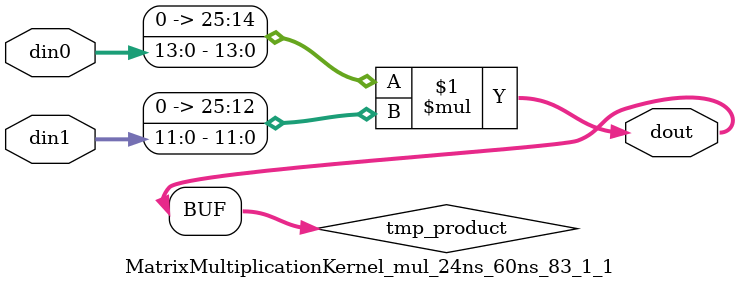
<source format=v>

`timescale 1 ns / 1 ps

 module MatrixMultiplicationKernel_mul_24ns_60ns_83_1_1(din0, din1, dout);
parameter ID = 1;
parameter NUM_STAGE = 0;
parameter din0_WIDTH = 14;
parameter din1_WIDTH = 12;
parameter dout_WIDTH = 26;

input [din0_WIDTH - 1 : 0] din0; 
input [din1_WIDTH - 1 : 0] din1; 
output [dout_WIDTH - 1 : 0] dout;

wire signed [dout_WIDTH - 1 : 0] tmp_product;
























assign tmp_product = $signed({1'b0, din0}) * $signed({1'b0, din1});











assign dout = tmp_product;





















endmodule

</source>
